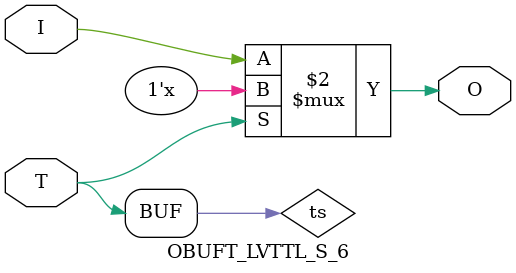
<source format=v>

/*

FUNCTION	: TRI-STATE OUTPUT BUFFER

*/

`celldefine
`timescale  100 ps / 10 ps

module OBUFT_LVTTL_S_6 (O, I, T);

    output O;

    input  I, T;

    or O1 (ts, 1'b0, T);
    bufif0 T1 (O, I, ts);

endmodule

</source>
